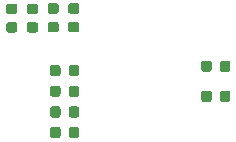
<source format=gbp>
G04 #@! TF.GenerationSoftware,KiCad,Pcbnew,5.1.5+dfsg1-2build2*
G04 #@! TF.CreationDate,2023-02-26T20:32:14+01:00*
G04 #@! TF.ProjectId,EcoApi_BeeHiveSensor,45636f41-7069-45f4-9265-654869766553,rev?*
G04 #@! TF.SameCoordinates,Original*
G04 #@! TF.FileFunction,Paste,Bot*
G04 #@! TF.FilePolarity,Positive*
%FSLAX46Y46*%
G04 Gerber Fmt 4.6, Leading zero omitted, Abs format (unit mm)*
G04 Created by KiCad (PCBNEW 5.1.5+dfsg1-2build2) date 2023-02-26 20:32:14*
%MOMM*%
%LPD*%
G04 APERTURE LIST*
%ADD10C,0.100000*%
G04 APERTURE END LIST*
D10*
G36*
X175102691Y-91886053D02*
G01*
X175123926Y-91889203D01*
X175144750Y-91894419D01*
X175164962Y-91901651D01*
X175184368Y-91910830D01*
X175202781Y-91921866D01*
X175220024Y-91934654D01*
X175235930Y-91949070D01*
X175250346Y-91964976D01*
X175263134Y-91982219D01*
X175274170Y-92000632D01*
X175283349Y-92020038D01*
X175290581Y-92040250D01*
X175295797Y-92061074D01*
X175298947Y-92082309D01*
X175300000Y-92103750D01*
X175300000Y-92616250D01*
X175298947Y-92637691D01*
X175295797Y-92658926D01*
X175290581Y-92679750D01*
X175283349Y-92699962D01*
X175274170Y-92719368D01*
X175263134Y-92737781D01*
X175250346Y-92755024D01*
X175235930Y-92770930D01*
X175220024Y-92785346D01*
X175202781Y-92798134D01*
X175184368Y-92809170D01*
X175164962Y-92818349D01*
X175144750Y-92825581D01*
X175123926Y-92830797D01*
X175102691Y-92833947D01*
X175081250Y-92835000D01*
X174643750Y-92835000D01*
X174622309Y-92833947D01*
X174601074Y-92830797D01*
X174580250Y-92825581D01*
X174560038Y-92818349D01*
X174540632Y-92809170D01*
X174522219Y-92798134D01*
X174504976Y-92785346D01*
X174489070Y-92770930D01*
X174474654Y-92755024D01*
X174461866Y-92737781D01*
X174450830Y-92719368D01*
X174441651Y-92699962D01*
X174434419Y-92679750D01*
X174429203Y-92658926D01*
X174426053Y-92637691D01*
X174425000Y-92616250D01*
X174425000Y-92103750D01*
X174426053Y-92082309D01*
X174429203Y-92061074D01*
X174434419Y-92040250D01*
X174441651Y-92020038D01*
X174450830Y-92000632D01*
X174461866Y-91982219D01*
X174474654Y-91964976D01*
X174489070Y-91949070D01*
X174504976Y-91934654D01*
X174522219Y-91921866D01*
X174540632Y-91910830D01*
X174560038Y-91901651D01*
X174580250Y-91894419D01*
X174601074Y-91889203D01*
X174622309Y-91886053D01*
X174643750Y-91885000D01*
X175081250Y-91885000D01*
X175102691Y-91886053D01*
G37*
G36*
X176677691Y-91886053D02*
G01*
X176698926Y-91889203D01*
X176719750Y-91894419D01*
X176739962Y-91901651D01*
X176759368Y-91910830D01*
X176777781Y-91921866D01*
X176795024Y-91934654D01*
X176810930Y-91949070D01*
X176825346Y-91964976D01*
X176838134Y-91982219D01*
X176849170Y-92000632D01*
X176858349Y-92020038D01*
X176865581Y-92040250D01*
X176870797Y-92061074D01*
X176873947Y-92082309D01*
X176875000Y-92103750D01*
X176875000Y-92616250D01*
X176873947Y-92637691D01*
X176870797Y-92658926D01*
X176865581Y-92679750D01*
X176858349Y-92699962D01*
X176849170Y-92719368D01*
X176838134Y-92737781D01*
X176825346Y-92755024D01*
X176810930Y-92770930D01*
X176795024Y-92785346D01*
X176777781Y-92798134D01*
X176759368Y-92809170D01*
X176739962Y-92818349D01*
X176719750Y-92825581D01*
X176698926Y-92830797D01*
X176677691Y-92833947D01*
X176656250Y-92835000D01*
X176218750Y-92835000D01*
X176197309Y-92833947D01*
X176176074Y-92830797D01*
X176155250Y-92825581D01*
X176135038Y-92818349D01*
X176115632Y-92809170D01*
X176097219Y-92798134D01*
X176079976Y-92785346D01*
X176064070Y-92770930D01*
X176049654Y-92755024D01*
X176036866Y-92737781D01*
X176025830Y-92719368D01*
X176016651Y-92699962D01*
X176009419Y-92679750D01*
X176004203Y-92658926D01*
X176001053Y-92637691D01*
X176000000Y-92616250D01*
X176000000Y-92103750D01*
X176001053Y-92082309D01*
X176004203Y-92061074D01*
X176009419Y-92040250D01*
X176016651Y-92020038D01*
X176025830Y-92000632D01*
X176036866Y-91982219D01*
X176049654Y-91964976D01*
X176064070Y-91949070D01*
X176079976Y-91934654D01*
X176097219Y-91921866D01*
X176115632Y-91910830D01*
X176135038Y-91901651D01*
X176155250Y-91894419D01*
X176176074Y-91889203D01*
X176197309Y-91886053D01*
X176218750Y-91885000D01*
X176656250Y-91885000D01*
X176677691Y-91886053D01*
G37*
G36*
X175102691Y-89336053D02*
G01*
X175123926Y-89339203D01*
X175144750Y-89344419D01*
X175164962Y-89351651D01*
X175184368Y-89360830D01*
X175202781Y-89371866D01*
X175220024Y-89384654D01*
X175235930Y-89399070D01*
X175250346Y-89414976D01*
X175263134Y-89432219D01*
X175274170Y-89450632D01*
X175283349Y-89470038D01*
X175290581Y-89490250D01*
X175295797Y-89511074D01*
X175298947Y-89532309D01*
X175300000Y-89553750D01*
X175300000Y-90066250D01*
X175298947Y-90087691D01*
X175295797Y-90108926D01*
X175290581Y-90129750D01*
X175283349Y-90149962D01*
X175274170Y-90169368D01*
X175263134Y-90187781D01*
X175250346Y-90205024D01*
X175235930Y-90220930D01*
X175220024Y-90235346D01*
X175202781Y-90248134D01*
X175184368Y-90259170D01*
X175164962Y-90268349D01*
X175144750Y-90275581D01*
X175123926Y-90280797D01*
X175102691Y-90283947D01*
X175081250Y-90285000D01*
X174643750Y-90285000D01*
X174622309Y-90283947D01*
X174601074Y-90280797D01*
X174580250Y-90275581D01*
X174560038Y-90268349D01*
X174540632Y-90259170D01*
X174522219Y-90248134D01*
X174504976Y-90235346D01*
X174489070Y-90220930D01*
X174474654Y-90205024D01*
X174461866Y-90187781D01*
X174450830Y-90169368D01*
X174441651Y-90149962D01*
X174434419Y-90129750D01*
X174429203Y-90108926D01*
X174426053Y-90087691D01*
X174425000Y-90066250D01*
X174425000Y-89553750D01*
X174426053Y-89532309D01*
X174429203Y-89511074D01*
X174434419Y-89490250D01*
X174441651Y-89470038D01*
X174450830Y-89450632D01*
X174461866Y-89432219D01*
X174474654Y-89414976D01*
X174489070Y-89399070D01*
X174504976Y-89384654D01*
X174522219Y-89371866D01*
X174540632Y-89360830D01*
X174560038Y-89351651D01*
X174580250Y-89344419D01*
X174601074Y-89339203D01*
X174622309Y-89336053D01*
X174643750Y-89335000D01*
X175081250Y-89335000D01*
X175102691Y-89336053D01*
G37*
G36*
X176677691Y-89336053D02*
G01*
X176698926Y-89339203D01*
X176719750Y-89344419D01*
X176739962Y-89351651D01*
X176759368Y-89360830D01*
X176777781Y-89371866D01*
X176795024Y-89384654D01*
X176810930Y-89399070D01*
X176825346Y-89414976D01*
X176838134Y-89432219D01*
X176849170Y-89450632D01*
X176858349Y-89470038D01*
X176865581Y-89490250D01*
X176870797Y-89511074D01*
X176873947Y-89532309D01*
X176875000Y-89553750D01*
X176875000Y-90066250D01*
X176873947Y-90087691D01*
X176870797Y-90108926D01*
X176865581Y-90129750D01*
X176858349Y-90149962D01*
X176849170Y-90169368D01*
X176838134Y-90187781D01*
X176825346Y-90205024D01*
X176810930Y-90220930D01*
X176795024Y-90235346D01*
X176777781Y-90248134D01*
X176759368Y-90259170D01*
X176739962Y-90268349D01*
X176719750Y-90275581D01*
X176698926Y-90280797D01*
X176677691Y-90283947D01*
X176656250Y-90285000D01*
X176218750Y-90285000D01*
X176197309Y-90283947D01*
X176176074Y-90280797D01*
X176155250Y-90275581D01*
X176135038Y-90268349D01*
X176115632Y-90259170D01*
X176097219Y-90248134D01*
X176079976Y-90235346D01*
X176064070Y-90220930D01*
X176049654Y-90205024D01*
X176036866Y-90187781D01*
X176025830Y-90169368D01*
X176016651Y-90149962D01*
X176009419Y-90129750D01*
X176004203Y-90108926D01*
X176001053Y-90087691D01*
X176000000Y-90066250D01*
X176000000Y-89553750D01*
X176001053Y-89532309D01*
X176004203Y-89511074D01*
X176009419Y-89490250D01*
X176016651Y-89470038D01*
X176025830Y-89450632D01*
X176036866Y-89432219D01*
X176049654Y-89414976D01*
X176064070Y-89399070D01*
X176079976Y-89384654D01*
X176097219Y-89371866D01*
X176115632Y-89360830D01*
X176135038Y-89351651D01*
X176155250Y-89344419D01*
X176176074Y-89339203D01*
X176197309Y-89336053D01*
X176218750Y-89335000D01*
X176656250Y-89335000D01*
X176677691Y-89336053D01*
G37*
G36*
X162157691Y-84496053D02*
G01*
X162178926Y-84499203D01*
X162199750Y-84504419D01*
X162219962Y-84511651D01*
X162239368Y-84520830D01*
X162257781Y-84531866D01*
X162275024Y-84544654D01*
X162290930Y-84559070D01*
X162305346Y-84574976D01*
X162318134Y-84592219D01*
X162329170Y-84610632D01*
X162338349Y-84630038D01*
X162345581Y-84650250D01*
X162350797Y-84671074D01*
X162353947Y-84692309D01*
X162355000Y-84713750D01*
X162355000Y-85151250D01*
X162353947Y-85172691D01*
X162350797Y-85193926D01*
X162345581Y-85214750D01*
X162338349Y-85234962D01*
X162329170Y-85254368D01*
X162318134Y-85272781D01*
X162305346Y-85290024D01*
X162290930Y-85305930D01*
X162275024Y-85320346D01*
X162257781Y-85333134D01*
X162239368Y-85344170D01*
X162219962Y-85353349D01*
X162199750Y-85360581D01*
X162178926Y-85365797D01*
X162157691Y-85368947D01*
X162136250Y-85370000D01*
X161623750Y-85370000D01*
X161602309Y-85368947D01*
X161581074Y-85365797D01*
X161560250Y-85360581D01*
X161540038Y-85353349D01*
X161520632Y-85344170D01*
X161502219Y-85333134D01*
X161484976Y-85320346D01*
X161469070Y-85305930D01*
X161454654Y-85290024D01*
X161441866Y-85272781D01*
X161430830Y-85254368D01*
X161421651Y-85234962D01*
X161414419Y-85214750D01*
X161409203Y-85193926D01*
X161406053Y-85172691D01*
X161405000Y-85151250D01*
X161405000Y-84713750D01*
X161406053Y-84692309D01*
X161409203Y-84671074D01*
X161414419Y-84650250D01*
X161421651Y-84630038D01*
X161430830Y-84610632D01*
X161441866Y-84592219D01*
X161454654Y-84574976D01*
X161469070Y-84559070D01*
X161484976Y-84544654D01*
X161502219Y-84531866D01*
X161520632Y-84520830D01*
X161540038Y-84511651D01*
X161560250Y-84504419D01*
X161581074Y-84499203D01*
X161602309Y-84496053D01*
X161623750Y-84495000D01*
X162136250Y-84495000D01*
X162157691Y-84496053D01*
G37*
G36*
X162157691Y-86071053D02*
G01*
X162178926Y-86074203D01*
X162199750Y-86079419D01*
X162219962Y-86086651D01*
X162239368Y-86095830D01*
X162257781Y-86106866D01*
X162275024Y-86119654D01*
X162290930Y-86134070D01*
X162305346Y-86149976D01*
X162318134Y-86167219D01*
X162329170Y-86185632D01*
X162338349Y-86205038D01*
X162345581Y-86225250D01*
X162350797Y-86246074D01*
X162353947Y-86267309D01*
X162355000Y-86288750D01*
X162355000Y-86726250D01*
X162353947Y-86747691D01*
X162350797Y-86768926D01*
X162345581Y-86789750D01*
X162338349Y-86809962D01*
X162329170Y-86829368D01*
X162318134Y-86847781D01*
X162305346Y-86865024D01*
X162290930Y-86880930D01*
X162275024Y-86895346D01*
X162257781Y-86908134D01*
X162239368Y-86919170D01*
X162219962Y-86928349D01*
X162199750Y-86935581D01*
X162178926Y-86940797D01*
X162157691Y-86943947D01*
X162136250Y-86945000D01*
X161623750Y-86945000D01*
X161602309Y-86943947D01*
X161581074Y-86940797D01*
X161560250Y-86935581D01*
X161540038Y-86928349D01*
X161520632Y-86919170D01*
X161502219Y-86908134D01*
X161484976Y-86895346D01*
X161469070Y-86880930D01*
X161454654Y-86865024D01*
X161441866Y-86847781D01*
X161430830Y-86829368D01*
X161421651Y-86809962D01*
X161414419Y-86789750D01*
X161409203Y-86768926D01*
X161406053Y-86747691D01*
X161405000Y-86726250D01*
X161405000Y-86288750D01*
X161406053Y-86267309D01*
X161409203Y-86246074D01*
X161414419Y-86225250D01*
X161421651Y-86205038D01*
X161430830Y-86185632D01*
X161441866Y-86167219D01*
X161454654Y-86149976D01*
X161469070Y-86134070D01*
X161484976Y-86119654D01*
X161502219Y-86106866D01*
X161520632Y-86095830D01*
X161540038Y-86086651D01*
X161560250Y-86079419D01*
X161581074Y-86074203D01*
X161602309Y-86071053D01*
X161623750Y-86070000D01*
X162136250Y-86070000D01*
X162157691Y-86071053D01*
G37*
G36*
X163897691Y-84496053D02*
G01*
X163918926Y-84499203D01*
X163939750Y-84504419D01*
X163959962Y-84511651D01*
X163979368Y-84520830D01*
X163997781Y-84531866D01*
X164015024Y-84544654D01*
X164030930Y-84559070D01*
X164045346Y-84574976D01*
X164058134Y-84592219D01*
X164069170Y-84610632D01*
X164078349Y-84630038D01*
X164085581Y-84650250D01*
X164090797Y-84671074D01*
X164093947Y-84692309D01*
X164095000Y-84713750D01*
X164095000Y-85151250D01*
X164093947Y-85172691D01*
X164090797Y-85193926D01*
X164085581Y-85214750D01*
X164078349Y-85234962D01*
X164069170Y-85254368D01*
X164058134Y-85272781D01*
X164045346Y-85290024D01*
X164030930Y-85305930D01*
X164015024Y-85320346D01*
X163997781Y-85333134D01*
X163979368Y-85344170D01*
X163959962Y-85353349D01*
X163939750Y-85360581D01*
X163918926Y-85365797D01*
X163897691Y-85368947D01*
X163876250Y-85370000D01*
X163363750Y-85370000D01*
X163342309Y-85368947D01*
X163321074Y-85365797D01*
X163300250Y-85360581D01*
X163280038Y-85353349D01*
X163260632Y-85344170D01*
X163242219Y-85333134D01*
X163224976Y-85320346D01*
X163209070Y-85305930D01*
X163194654Y-85290024D01*
X163181866Y-85272781D01*
X163170830Y-85254368D01*
X163161651Y-85234962D01*
X163154419Y-85214750D01*
X163149203Y-85193926D01*
X163146053Y-85172691D01*
X163145000Y-85151250D01*
X163145000Y-84713750D01*
X163146053Y-84692309D01*
X163149203Y-84671074D01*
X163154419Y-84650250D01*
X163161651Y-84630038D01*
X163170830Y-84610632D01*
X163181866Y-84592219D01*
X163194654Y-84574976D01*
X163209070Y-84559070D01*
X163224976Y-84544654D01*
X163242219Y-84531866D01*
X163260632Y-84520830D01*
X163280038Y-84511651D01*
X163300250Y-84504419D01*
X163321074Y-84499203D01*
X163342309Y-84496053D01*
X163363750Y-84495000D01*
X163876250Y-84495000D01*
X163897691Y-84496053D01*
G37*
G36*
X163897691Y-86071053D02*
G01*
X163918926Y-86074203D01*
X163939750Y-86079419D01*
X163959962Y-86086651D01*
X163979368Y-86095830D01*
X163997781Y-86106866D01*
X164015024Y-86119654D01*
X164030930Y-86134070D01*
X164045346Y-86149976D01*
X164058134Y-86167219D01*
X164069170Y-86185632D01*
X164078349Y-86205038D01*
X164085581Y-86225250D01*
X164090797Y-86246074D01*
X164093947Y-86267309D01*
X164095000Y-86288750D01*
X164095000Y-86726250D01*
X164093947Y-86747691D01*
X164090797Y-86768926D01*
X164085581Y-86789750D01*
X164078349Y-86809962D01*
X164069170Y-86829368D01*
X164058134Y-86847781D01*
X164045346Y-86865024D01*
X164030930Y-86880930D01*
X164015024Y-86895346D01*
X163997781Y-86908134D01*
X163979368Y-86919170D01*
X163959962Y-86928349D01*
X163939750Y-86935581D01*
X163918926Y-86940797D01*
X163897691Y-86943947D01*
X163876250Y-86945000D01*
X163363750Y-86945000D01*
X163342309Y-86943947D01*
X163321074Y-86940797D01*
X163300250Y-86935581D01*
X163280038Y-86928349D01*
X163260632Y-86919170D01*
X163242219Y-86908134D01*
X163224976Y-86895346D01*
X163209070Y-86880930D01*
X163194654Y-86865024D01*
X163181866Y-86847781D01*
X163170830Y-86829368D01*
X163161651Y-86809962D01*
X163154419Y-86789750D01*
X163149203Y-86768926D01*
X163146053Y-86747691D01*
X163145000Y-86726250D01*
X163145000Y-86288750D01*
X163146053Y-86267309D01*
X163149203Y-86246074D01*
X163154419Y-86225250D01*
X163161651Y-86205038D01*
X163170830Y-86185632D01*
X163181866Y-86167219D01*
X163194654Y-86149976D01*
X163209070Y-86134070D01*
X163224976Y-86119654D01*
X163242219Y-86106866D01*
X163260632Y-86095830D01*
X163280038Y-86086651D01*
X163300250Y-86079419D01*
X163321074Y-86074203D01*
X163342309Y-86071053D01*
X163363750Y-86070000D01*
X163876250Y-86070000D01*
X163897691Y-86071053D01*
G37*
G36*
X158657691Y-84516053D02*
G01*
X158678926Y-84519203D01*
X158699750Y-84524419D01*
X158719962Y-84531651D01*
X158739368Y-84540830D01*
X158757781Y-84551866D01*
X158775024Y-84564654D01*
X158790930Y-84579070D01*
X158805346Y-84594976D01*
X158818134Y-84612219D01*
X158829170Y-84630632D01*
X158838349Y-84650038D01*
X158845581Y-84670250D01*
X158850797Y-84691074D01*
X158853947Y-84712309D01*
X158855000Y-84733750D01*
X158855000Y-85171250D01*
X158853947Y-85192691D01*
X158850797Y-85213926D01*
X158845581Y-85234750D01*
X158838349Y-85254962D01*
X158829170Y-85274368D01*
X158818134Y-85292781D01*
X158805346Y-85310024D01*
X158790930Y-85325930D01*
X158775024Y-85340346D01*
X158757781Y-85353134D01*
X158739368Y-85364170D01*
X158719962Y-85373349D01*
X158699750Y-85380581D01*
X158678926Y-85385797D01*
X158657691Y-85388947D01*
X158636250Y-85390000D01*
X158123750Y-85390000D01*
X158102309Y-85388947D01*
X158081074Y-85385797D01*
X158060250Y-85380581D01*
X158040038Y-85373349D01*
X158020632Y-85364170D01*
X158002219Y-85353134D01*
X157984976Y-85340346D01*
X157969070Y-85325930D01*
X157954654Y-85310024D01*
X157941866Y-85292781D01*
X157930830Y-85274368D01*
X157921651Y-85254962D01*
X157914419Y-85234750D01*
X157909203Y-85213926D01*
X157906053Y-85192691D01*
X157905000Y-85171250D01*
X157905000Y-84733750D01*
X157906053Y-84712309D01*
X157909203Y-84691074D01*
X157914419Y-84670250D01*
X157921651Y-84650038D01*
X157930830Y-84630632D01*
X157941866Y-84612219D01*
X157954654Y-84594976D01*
X157969070Y-84579070D01*
X157984976Y-84564654D01*
X158002219Y-84551866D01*
X158020632Y-84540830D01*
X158040038Y-84531651D01*
X158060250Y-84524419D01*
X158081074Y-84519203D01*
X158102309Y-84516053D01*
X158123750Y-84515000D01*
X158636250Y-84515000D01*
X158657691Y-84516053D01*
G37*
G36*
X158657691Y-86091053D02*
G01*
X158678926Y-86094203D01*
X158699750Y-86099419D01*
X158719962Y-86106651D01*
X158739368Y-86115830D01*
X158757781Y-86126866D01*
X158775024Y-86139654D01*
X158790930Y-86154070D01*
X158805346Y-86169976D01*
X158818134Y-86187219D01*
X158829170Y-86205632D01*
X158838349Y-86225038D01*
X158845581Y-86245250D01*
X158850797Y-86266074D01*
X158853947Y-86287309D01*
X158855000Y-86308750D01*
X158855000Y-86746250D01*
X158853947Y-86767691D01*
X158850797Y-86788926D01*
X158845581Y-86809750D01*
X158838349Y-86829962D01*
X158829170Y-86849368D01*
X158818134Y-86867781D01*
X158805346Y-86885024D01*
X158790930Y-86900930D01*
X158775024Y-86915346D01*
X158757781Y-86928134D01*
X158739368Y-86939170D01*
X158719962Y-86948349D01*
X158699750Y-86955581D01*
X158678926Y-86960797D01*
X158657691Y-86963947D01*
X158636250Y-86965000D01*
X158123750Y-86965000D01*
X158102309Y-86963947D01*
X158081074Y-86960797D01*
X158060250Y-86955581D01*
X158040038Y-86948349D01*
X158020632Y-86939170D01*
X158002219Y-86928134D01*
X157984976Y-86915346D01*
X157969070Y-86900930D01*
X157954654Y-86885024D01*
X157941866Y-86867781D01*
X157930830Y-86849368D01*
X157921651Y-86829962D01*
X157914419Y-86809750D01*
X157909203Y-86788926D01*
X157906053Y-86767691D01*
X157905000Y-86746250D01*
X157905000Y-86308750D01*
X157906053Y-86287309D01*
X157909203Y-86266074D01*
X157914419Y-86245250D01*
X157921651Y-86225038D01*
X157930830Y-86205632D01*
X157941866Y-86187219D01*
X157954654Y-86169976D01*
X157969070Y-86154070D01*
X157984976Y-86139654D01*
X158002219Y-86126866D01*
X158020632Y-86115830D01*
X158040038Y-86106651D01*
X158060250Y-86099419D01*
X158081074Y-86094203D01*
X158102309Y-86091053D01*
X158123750Y-86090000D01*
X158636250Y-86090000D01*
X158657691Y-86091053D01*
G37*
G36*
X160397691Y-84516053D02*
G01*
X160418926Y-84519203D01*
X160439750Y-84524419D01*
X160459962Y-84531651D01*
X160479368Y-84540830D01*
X160497781Y-84551866D01*
X160515024Y-84564654D01*
X160530930Y-84579070D01*
X160545346Y-84594976D01*
X160558134Y-84612219D01*
X160569170Y-84630632D01*
X160578349Y-84650038D01*
X160585581Y-84670250D01*
X160590797Y-84691074D01*
X160593947Y-84712309D01*
X160595000Y-84733750D01*
X160595000Y-85171250D01*
X160593947Y-85192691D01*
X160590797Y-85213926D01*
X160585581Y-85234750D01*
X160578349Y-85254962D01*
X160569170Y-85274368D01*
X160558134Y-85292781D01*
X160545346Y-85310024D01*
X160530930Y-85325930D01*
X160515024Y-85340346D01*
X160497781Y-85353134D01*
X160479368Y-85364170D01*
X160459962Y-85373349D01*
X160439750Y-85380581D01*
X160418926Y-85385797D01*
X160397691Y-85388947D01*
X160376250Y-85390000D01*
X159863750Y-85390000D01*
X159842309Y-85388947D01*
X159821074Y-85385797D01*
X159800250Y-85380581D01*
X159780038Y-85373349D01*
X159760632Y-85364170D01*
X159742219Y-85353134D01*
X159724976Y-85340346D01*
X159709070Y-85325930D01*
X159694654Y-85310024D01*
X159681866Y-85292781D01*
X159670830Y-85274368D01*
X159661651Y-85254962D01*
X159654419Y-85234750D01*
X159649203Y-85213926D01*
X159646053Y-85192691D01*
X159645000Y-85171250D01*
X159645000Y-84733750D01*
X159646053Y-84712309D01*
X159649203Y-84691074D01*
X159654419Y-84670250D01*
X159661651Y-84650038D01*
X159670830Y-84630632D01*
X159681866Y-84612219D01*
X159694654Y-84594976D01*
X159709070Y-84579070D01*
X159724976Y-84564654D01*
X159742219Y-84551866D01*
X159760632Y-84540830D01*
X159780038Y-84531651D01*
X159800250Y-84524419D01*
X159821074Y-84519203D01*
X159842309Y-84516053D01*
X159863750Y-84515000D01*
X160376250Y-84515000D01*
X160397691Y-84516053D01*
G37*
G36*
X160397691Y-86091053D02*
G01*
X160418926Y-86094203D01*
X160439750Y-86099419D01*
X160459962Y-86106651D01*
X160479368Y-86115830D01*
X160497781Y-86126866D01*
X160515024Y-86139654D01*
X160530930Y-86154070D01*
X160545346Y-86169976D01*
X160558134Y-86187219D01*
X160569170Y-86205632D01*
X160578349Y-86225038D01*
X160585581Y-86245250D01*
X160590797Y-86266074D01*
X160593947Y-86287309D01*
X160595000Y-86308750D01*
X160595000Y-86746250D01*
X160593947Y-86767691D01*
X160590797Y-86788926D01*
X160585581Y-86809750D01*
X160578349Y-86829962D01*
X160569170Y-86849368D01*
X160558134Y-86867781D01*
X160545346Y-86885024D01*
X160530930Y-86900930D01*
X160515024Y-86915346D01*
X160497781Y-86928134D01*
X160479368Y-86939170D01*
X160459962Y-86948349D01*
X160439750Y-86955581D01*
X160418926Y-86960797D01*
X160397691Y-86963947D01*
X160376250Y-86965000D01*
X159863750Y-86965000D01*
X159842309Y-86963947D01*
X159821074Y-86960797D01*
X159800250Y-86955581D01*
X159780038Y-86948349D01*
X159760632Y-86939170D01*
X159742219Y-86928134D01*
X159724976Y-86915346D01*
X159709070Y-86900930D01*
X159694654Y-86885024D01*
X159681866Y-86867781D01*
X159670830Y-86849368D01*
X159661651Y-86829962D01*
X159654419Y-86809750D01*
X159649203Y-86788926D01*
X159646053Y-86767691D01*
X159645000Y-86746250D01*
X159645000Y-86308750D01*
X159646053Y-86287309D01*
X159649203Y-86266074D01*
X159654419Y-86245250D01*
X159661651Y-86225038D01*
X159670830Y-86205632D01*
X159681866Y-86187219D01*
X159694654Y-86169976D01*
X159709070Y-86154070D01*
X159724976Y-86139654D01*
X159742219Y-86126866D01*
X159760632Y-86115830D01*
X159780038Y-86106651D01*
X159800250Y-86099419D01*
X159821074Y-86094203D01*
X159842309Y-86091053D01*
X159863750Y-86090000D01*
X160376250Y-86090000D01*
X160397691Y-86091053D01*
G37*
G36*
X163877691Y-89716053D02*
G01*
X163898926Y-89719203D01*
X163919750Y-89724419D01*
X163939962Y-89731651D01*
X163959368Y-89740830D01*
X163977781Y-89751866D01*
X163995024Y-89764654D01*
X164010930Y-89779070D01*
X164025346Y-89794976D01*
X164038134Y-89812219D01*
X164049170Y-89830632D01*
X164058349Y-89850038D01*
X164065581Y-89870250D01*
X164070797Y-89891074D01*
X164073947Y-89912309D01*
X164075000Y-89933750D01*
X164075000Y-90446250D01*
X164073947Y-90467691D01*
X164070797Y-90488926D01*
X164065581Y-90509750D01*
X164058349Y-90529962D01*
X164049170Y-90549368D01*
X164038134Y-90567781D01*
X164025346Y-90585024D01*
X164010930Y-90600930D01*
X163995024Y-90615346D01*
X163977781Y-90628134D01*
X163959368Y-90639170D01*
X163939962Y-90648349D01*
X163919750Y-90655581D01*
X163898926Y-90660797D01*
X163877691Y-90663947D01*
X163856250Y-90665000D01*
X163418750Y-90665000D01*
X163397309Y-90663947D01*
X163376074Y-90660797D01*
X163355250Y-90655581D01*
X163335038Y-90648349D01*
X163315632Y-90639170D01*
X163297219Y-90628134D01*
X163279976Y-90615346D01*
X163264070Y-90600930D01*
X163249654Y-90585024D01*
X163236866Y-90567781D01*
X163225830Y-90549368D01*
X163216651Y-90529962D01*
X163209419Y-90509750D01*
X163204203Y-90488926D01*
X163201053Y-90467691D01*
X163200000Y-90446250D01*
X163200000Y-89933750D01*
X163201053Y-89912309D01*
X163204203Y-89891074D01*
X163209419Y-89870250D01*
X163216651Y-89850038D01*
X163225830Y-89830632D01*
X163236866Y-89812219D01*
X163249654Y-89794976D01*
X163264070Y-89779070D01*
X163279976Y-89764654D01*
X163297219Y-89751866D01*
X163315632Y-89740830D01*
X163335038Y-89731651D01*
X163355250Y-89724419D01*
X163376074Y-89719203D01*
X163397309Y-89716053D01*
X163418750Y-89715000D01*
X163856250Y-89715000D01*
X163877691Y-89716053D01*
G37*
G36*
X162302691Y-89716053D02*
G01*
X162323926Y-89719203D01*
X162344750Y-89724419D01*
X162364962Y-89731651D01*
X162384368Y-89740830D01*
X162402781Y-89751866D01*
X162420024Y-89764654D01*
X162435930Y-89779070D01*
X162450346Y-89794976D01*
X162463134Y-89812219D01*
X162474170Y-89830632D01*
X162483349Y-89850038D01*
X162490581Y-89870250D01*
X162495797Y-89891074D01*
X162498947Y-89912309D01*
X162500000Y-89933750D01*
X162500000Y-90446250D01*
X162498947Y-90467691D01*
X162495797Y-90488926D01*
X162490581Y-90509750D01*
X162483349Y-90529962D01*
X162474170Y-90549368D01*
X162463134Y-90567781D01*
X162450346Y-90585024D01*
X162435930Y-90600930D01*
X162420024Y-90615346D01*
X162402781Y-90628134D01*
X162384368Y-90639170D01*
X162364962Y-90648349D01*
X162344750Y-90655581D01*
X162323926Y-90660797D01*
X162302691Y-90663947D01*
X162281250Y-90665000D01*
X161843750Y-90665000D01*
X161822309Y-90663947D01*
X161801074Y-90660797D01*
X161780250Y-90655581D01*
X161760038Y-90648349D01*
X161740632Y-90639170D01*
X161722219Y-90628134D01*
X161704976Y-90615346D01*
X161689070Y-90600930D01*
X161674654Y-90585024D01*
X161661866Y-90567781D01*
X161650830Y-90549368D01*
X161641651Y-90529962D01*
X161634419Y-90509750D01*
X161629203Y-90488926D01*
X161626053Y-90467691D01*
X161625000Y-90446250D01*
X161625000Y-89933750D01*
X161626053Y-89912309D01*
X161629203Y-89891074D01*
X161634419Y-89870250D01*
X161641651Y-89850038D01*
X161650830Y-89830632D01*
X161661866Y-89812219D01*
X161674654Y-89794976D01*
X161689070Y-89779070D01*
X161704976Y-89764654D01*
X161722219Y-89751866D01*
X161740632Y-89740830D01*
X161760038Y-89731651D01*
X161780250Y-89724419D01*
X161801074Y-89719203D01*
X161822309Y-89716053D01*
X161843750Y-89715000D01*
X162281250Y-89715000D01*
X162302691Y-89716053D01*
G37*
G36*
X163887691Y-94946053D02*
G01*
X163908926Y-94949203D01*
X163929750Y-94954419D01*
X163949962Y-94961651D01*
X163969368Y-94970830D01*
X163987781Y-94981866D01*
X164005024Y-94994654D01*
X164020930Y-95009070D01*
X164035346Y-95024976D01*
X164048134Y-95042219D01*
X164059170Y-95060632D01*
X164068349Y-95080038D01*
X164075581Y-95100250D01*
X164080797Y-95121074D01*
X164083947Y-95142309D01*
X164085000Y-95163750D01*
X164085000Y-95676250D01*
X164083947Y-95697691D01*
X164080797Y-95718926D01*
X164075581Y-95739750D01*
X164068349Y-95759962D01*
X164059170Y-95779368D01*
X164048134Y-95797781D01*
X164035346Y-95815024D01*
X164020930Y-95830930D01*
X164005024Y-95845346D01*
X163987781Y-95858134D01*
X163969368Y-95869170D01*
X163949962Y-95878349D01*
X163929750Y-95885581D01*
X163908926Y-95890797D01*
X163887691Y-95893947D01*
X163866250Y-95895000D01*
X163428750Y-95895000D01*
X163407309Y-95893947D01*
X163386074Y-95890797D01*
X163365250Y-95885581D01*
X163345038Y-95878349D01*
X163325632Y-95869170D01*
X163307219Y-95858134D01*
X163289976Y-95845346D01*
X163274070Y-95830930D01*
X163259654Y-95815024D01*
X163246866Y-95797781D01*
X163235830Y-95779368D01*
X163226651Y-95759962D01*
X163219419Y-95739750D01*
X163214203Y-95718926D01*
X163211053Y-95697691D01*
X163210000Y-95676250D01*
X163210000Y-95163750D01*
X163211053Y-95142309D01*
X163214203Y-95121074D01*
X163219419Y-95100250D01*
X163226651Y-95080038D01*
X163235830Y-95060632D01*
X163246866Y-95042219D01*
X163259654Y-95024976D01*
X163274070Y-95009070D01*
X163289976Y-94994654D01*
X163307219Y-94981866D01*
X163325632Y-94970830D01*
X163345038Y-94961651D01*
X163365250Y-94954419D01*
X163386074Y-94949203D01*
X163407309Y-94946053D01*
X163428750Y-94945000D01*
X163866250Y-94945000D01*
X163887691Y-94946053D01*
G37*
G36*
X162312691Y-94946053D02*
G01*
X162333926Y-94949203D01*
X162354750Y-94954419D01*
X162374962Y-94961651D01*
X162394368Y-94970830D01*
X162412781Y-94981866D01*
X162430024Y-94994654D01*
X162445930Y-95009070D01*
X162460346Y-95024976D01*
X162473134Y-95042219D01*
X162484170Y-95060632D01*
X162493349Y-95080038D01*
X162500581Y-95100250D01*
X162505797Y-95121074D01*
X162508947Y-95142309D01*
X162510000Y-95163750D01*
X162510000Y-95676250D01*
X162508947Y-95697691D01*
X162505797Y-95718926D01*
X162500581Y-95739750D01*
X162493349Y-95759962D01*
X162484170Y-95779368D01*
X162473134Y-95797781D01*
X162460346Y-95815024D01*
X162445930Y-95830930D01*
X162430024Y-95845346D01*
X162412781Y-95858134D01*
X162394368Y-95869170D01*
X162374962Y-95878349D01*
X162354750Y-95885581D01*
X162333926Y-95890797D01*
X162312691Y-95893947D01*
X162291250Y-95895000D01*
X161853750Y-95895000D01*
X161832309Y-95893947D01*
X161811074Y-95890797D01*
X161790250Y-95885581D01*
X161770038Y-95878349D01*
X161750632Y-95869170D01*
X161732219Y-95858134D01*
X161714976Y-95845346D01*
X161699070Y-95830930D01*
X161684654Y-95815024D01*
X161671866Y-95797781D01*
X161660830Y-95779368D01*
X161651651Y-95759962D01*
X161644419Y-95739750D01*
X161639203Y-95718926D01*
X161636053Y-95697691D01*
X161635000Y-95676250D01*
X161635000Y-95163750D01*
X161636053Y-95142309D01*
X161639203Y-95121074D01*
X161644419Y-95100250D01*
X161651651Y-95080038D01*
X161660830Y-95060632D01*
X161671866Y-95042219D01*
X161684654Y-95024976D01*
X161699070Y-95009070D01*
X161714976Y-94994654D01*
X161732219Y-94981866D01*
X161750632Y-94970830D01*
X161770038Y-94961651D01*
X161790250Y-94954419D01*
X161811074Y-94949203D01*
X161832309Y-94946053D01*
X161853750Y-94945000D01*
X162291250Y-94945000D01*
X162312691Y-94946053D01*
G37*
G36*
X163877691Y-93216053D02*
G01*
X163898926Y-93219203D01*
X163919750Y-93224419D01*
X163939962Y-93231651D01*
X163959368Y-93240830D01*
X163977781Y-93251866D01*
X163995024Y-93264654D01*
X164010930Y-93279070D01*
X164025346Y-93294976D01*
X164038134Y-93312219D01*
X164049170Y-93330632D01*
X164058349Y-93350038D01*
X164065581Y-93370250D01*
X164070797Y-93391074D01*
X164073947Y-93412309D01*
X164075000Y-93433750D01*
X164075000Y-93946250D01*
X164073947Y-93967691D01*
X164070797Y-93988926D01*
X164065581Y-94009750D01*
X164058349Y-94029962D01*
X164049170Y-94049368D01*
X164038134Y-94067781D01*
X164025346Y-94085024D01*
X164010930Y-94100930D01*
X163995024Y-94115346D01*
X163977781Y-94128134D01*
X163959368Y-94139170D01*
X163939962Y-94148349D01*
X163919750Y-94155581D01*
X163898926Y-94160797D01*
X163877691Y-94163947D01*
X163856250Y-94165000D01*
X163418750Y-94165000D01*
X163397309Y-94163947D01*
X163376074Y-94160797D01*
X163355250Y-94155581D01*
X163335038Y-94148349D01*
X163315632Y-94139170D01*
X163297219Y-94128134D01*
X163279976Y-94115346D01*
X163264070Y-94100930D01*
X163249654Y-94085024D01*
X163236866Y-94067781D01*
X163225830Y-94049368D01*
X163216651Y-94029962D01*
X163209419Y-94009750D01*
X163204203Y-93988926D01*
X163201053Y-93967691D01*
X163200000Y-93946250D01*
X163200000Y-93433750D01*
X163201053Y-93412309D01*
X163204203Y-93391074D01*
X163209419Y-93370250D01*
X163216651Y-93350038D01*
X163225830Y-93330632D01*
X163236866Y-93312219D01*
X163249654Y-93294976D01*
X163264070Y-93279070D01*
X163279976Y-93264654D01*
X163297219Y-93251866D01*
X163315632Y-93240830D01*
X163335038Y-93231651D01*
X163355250Y-93224419D01*
X163376074Y-93219203D01*
X163397309Y-93216053D01*
X163418750Y-93215000D01*
X163856250Y-93215000D01*
X163877691Y-93216053D01*
G37*
G36*
X162302691Y-93216053D02*
G01*
X162323926Y-93219203D01*
X162344750Y-93224419D01*
X162364962Y-93231651D01*
X162384368Y-93240830D01*
X162402781Y-93251866D01*
X162420024Y-93264654D01*
X162435930Y-93279070D01*
X162450346Y-93294976D01*
X162463134Y-93312219D01*
X162474170Y-93330632D01*
X162483349Y-93350038D01*
X162490581Y-93370250D01*
X162495797Y-93391074D01*
X162498947Y-93412309D01*
X162500000Y-93433750D01*
X162500000Y-93946250D01*
X162498947Y-93967691D01*
X162495797Y-93988926D01*
X162490581Y-94009750D01*
X162483349Y-94029962D01*
X162474170Y-94049368D01*
X162463134Y-94067781D01*
X162450346Y-94085024D01*
X162435930Y-94100930D01*
X162420024Y-94115346D01*
X162402781Y-94128134D01*
X162384368Y-94139170D01*
X162364962Y-94148349D01*
X162344750Y-94155581D01*
X162323926Y-94160797D01*
X162302691Y-94163947D01*
X162281250Y-94165000D01*
X161843750Y-94165000D01*
X161822309Y-94163947D01*
X161801074Y-94160797D01*
X161780250Y-94155581D01*
X161760038Y-94148349D01*
X161740632Y-94139170D01*
X161722219Y-94128134D01*
X161704976Y-94115346D01*
X161689070Y-94100930D01*
X161674654Y-94085024D01*
X161661866Y-94067781D01*
X161650830Y-94049368D01*
X161641651Y-94029962D01*
X161634419Y-94009750D01*
X161629203Y-93988926D01*
X161626053Y-93967691D01*
X161625000Y-93946250D01*
X161625000Y-93433750D01*
X161626053Y-93412309D01*
X161629203Y-93391074D01*
X161634419Y-93370250D01*
X161641651Y-93350038D01*
X161650830Y-93330632D01*
X161661866Y-93312219D01*
X161674654Y-93294976D01*
X161689070Y-93279070D01*
X161704976Y-93264654D01*
X161722219Y-93251866D01*
X161740632Y-93240830D01*
X161760038Y-93231651D01*
X161780250Y-93224419D01*
X161801074Y-93219203D01*
X161822309Y-93216053D01*
X161843750Y-93215000D01*
X162281250Y-93215000D01*
X162302691Y-93216053D01*
G37*
G36*
X163877691Y-91456053D02*
G01*
X163898926Y-91459203D01*
X163919750Y-91464419D01*
X163939962Y-91471651D01*
X163959368Y-91480830D01*
X163977781Y-91491866D01*
X163995024Y-91504654D01*
X164010930Y-91519070D01*
X164025346Y-91534976D01*
X164038134Y-91552219D01*
X164049170Y-91570632D01*
X164058349Y-91590038D01*
X164065581Y-91610250D01*
X164070797Y-91631074D01*
X164073947Y-91652309D01*
X164075000Y-91673750D01*
X164075000Y-92186250D01*
X164073947Y-92207691D01*
X164070797Y-92228926D01*
X164065581Y-92249750D01*
X164058349Y-92269962D01*
X164049170Y-92289368D01*
X164038134Y-92307781D01*
X164025346Y-92325024D01*
X164010930Y-92340930D01*
X163995024Y-92355346D01*
X163977781Y-92368134D01*
X163959368Y-92379170D01*
X163939962Y-92388349D01*
X163919750Y-92395581D01*
X163898926Y-92400797D01*
X163877691Y-92403947D01*
X163856250Y-92405000D01*
X163418750Y-92405000D01*
X163397309Y-92403947D01*
X163376074Y-92400797D01*
X163355250Y-92395581D01*
X163335038Y-92388349D01*
X163315632Y-92379170D01*
X163297219Y-92368134D01*
X163279976Y-92355346D01*
X163264070Y-92340930D01*
X163249654Y-92325024D01*
X163236866Y-92307781D01*
X163225830Y-92289368D01*
X163216651Y-92269962D01*
X163209419Y-92249750D01*
X163204203Y-92228926D01*
X163201053Y-92207691D01*
X163200000Y-92186250D01*
X163200000Y-91673750D01*
X163201053Y-91652309D01*
X163204203Y-91631074D01*
X163209419Y-91610250D01*
X163216651Y-91590038D01*
X163225830Y-91570632D01*
X163236866Y-91552219D01*
X163249654Y-91534976D01*
X163264070Y-91519070D01*
X163279976Y-91504654D01*
X163297219Y-91491866D01*
X163315632Y-91480830D01*
X163335038Y-91471651D01*
X163355250Y-91464419D01*
X163376074Y-91459203D01*
X163397309Y-91456053D01*
X163418750Y-91455000D01*
X163856250Y-91455000D01*
X163877691Y-91456053D01*
G37*
G36*
X162302691Y-91456053D02*
G01*
X162323926Y-91459203D01*
X162344750Y-91464419D01*
X162364962Y-91471651D01*
X162384368Y-91480830D01*
X162402781Y-91491866D01*
X162420024Y-91504654D01*
X162435930Y-91519070D01*
X162450346Y-91534976D01*
X162463134Y-91552219D01*
X162474170Y-91570632D01*
X162483349Y-91590038D01*
X162490581Y-91610250D01*
X162495797Y-91631074D01*
X162498947Y-91652309D01*
X162500000Y-91673750D01*
X162500000Y-92186250D01*
X162498947Y-92207691D01*
X162495797Y-92228926D01*
X162490581Y-92249750D01*
X162483349Y-92269962D01*
X162474170Y-92289368D01*
X162463134Y-92307781D01*
X162450346Y-92325024D01*
X162435930Y-92340930D01*
X162420024Y-92355346D01*
X162402781Y-92368134D01*
X162384368Y-92379170D01*
X162364962Y-92388349D01*
X162344750Y-92395581D01*
X162323926Y-92400797D01*
X162302691Y-92403947D01*
X162281250Y-92405000D01*
X161843750Y-92405000D01*
X161822309Y-92403947D01*
X161801074Y-92400797D01*
X161780250Y-92395581D01*
X161760038Y-92388349D01*
X161740632Y-92379170D01*
X161722219Y-92368134D01*
X161704976Y-92355346D01*
X161689070Y-92340930D01*
X161674654Y-92325024D01*
X161661866Y-92307781D01*
X161650830Y-92289368D01*
X161641651Y-92269962D01*
X161634419Y-92249750D01*
X161629203Y-92228926D01*
X161626053Y-92207691D01*
X161625000Y-92186250D01*
X161625000Y-91673750D01*
X161626053Y-91652309D01*
X161629203Y-91631074D01*
X161634419Y-91610250D01*
X161641651Y-91590038D01*
X161650830Y-91570632D01*
X161661866Y-91552219D01*
X161674654Y-91534976D01*
X161689070Y-91519070D01*
X161704976Y-91504654D01*
X161722219Y-91491866D01*
X161740632Y-91480830D01*
X161760038Y-91471651D01*
X161780250Y-91464419D01*
X161801074Y-91459203D01*
X161822309Y-91456053D01*
X161843750Y-91455000D01*
X162281250Y-91455000D01*
X162302691Y-91456053D01*
G37*
M02*

</source>
